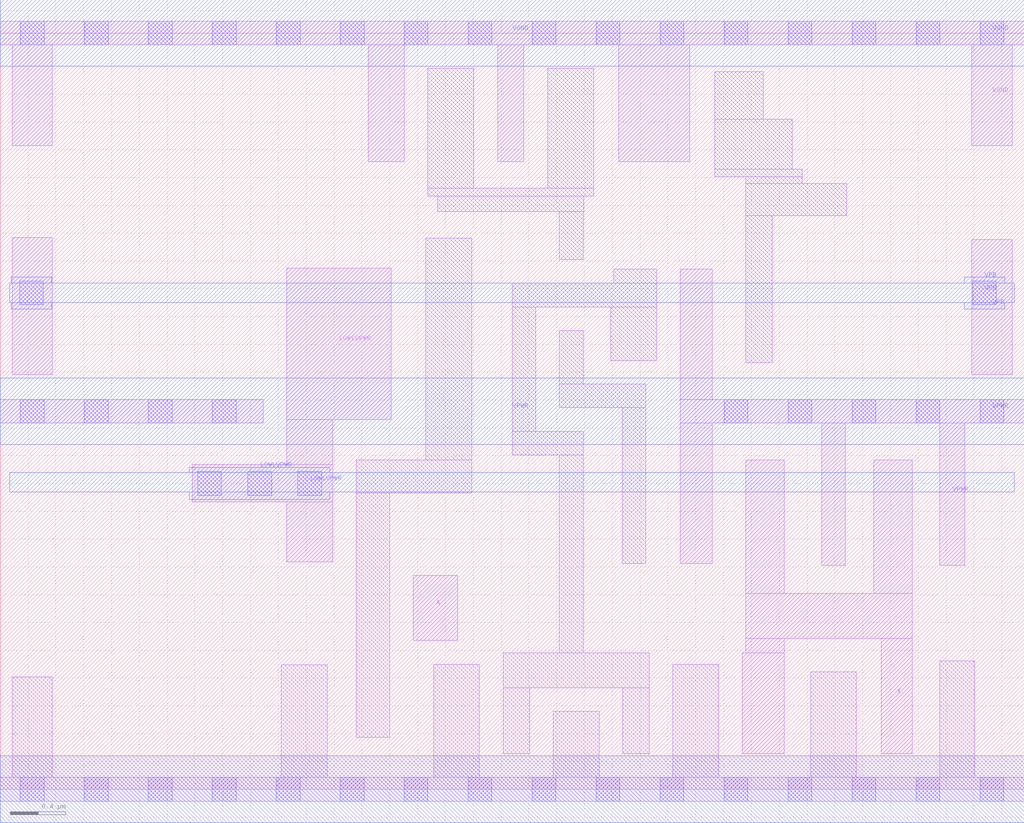
<source format=lef>
# Copyright 2020 The SkyWater PDK Authors
#
# Licensed under the Apache License, Version 2.0 (the "License");
# you may not use this file except in compliance with the License.
# You may obtain a copy of the License at
#
#     https://www.apache.org/licenses/LICENSE-2.0
#
# Unless required by applicable law or agreed to in writing, software
# distributed under the License is distributed on an "AS IS" BASIS,
# WITHOUT WARRANTIES OR CONDITIONS OF ANY KIND, either express or implied.
# See the License for the specific language governing permissions and
# limitations under the License.
#
# SPDX-License-Identifier: Apache-2.0

VERSION 5.7 ;
  NAMESCASESENSITIVE ON ;
  NOWIREEXTENSIONATPIN ON ;
  DIVIDERCHAR "/" ;
  BUSBITCHARS "[]" ;
UNITS
  DATABASE MICRONS 200 ;
END UNITS
MACRO sky130_fd_sc_hd__lpflow_lsbuf_lh_isowell_tap_4
  CLASS CORE ;
  SOURCE USER ;
  FOREIGN sky130_fd_sc_hd__lpflow_lsbuf_lh_isowell_tap_4 ;
  ORIGIN  0.000000  0.000000 ;
  SIZE  7.360000 BY  5.440000 ;
  SYMMETRY X Y R90 ;
  SITE unithd ;
  PIN A
    ANTENNAGATEAREA  0.603000 ;
    DIRECTION INPUT ;
    USE SIGNAL ;
    PORT
      LAYER li1 ;
        RECT 2.970000 1.070000 3.290000 1.540000 ;
    END
  END A
  PIN VPB
    ANTENNADIFFAREA  0.297500 ;
    PORT
      LAYER li1 ;
        RECT 0.085000 2.985000 0.375000 3.970000 ;
        RECT 6.985000 2.985000 7.275000 3.955000 ;
      LAYER mcon ;
        RECT 0.140000 3.485000 0.310000 3.655000 ;
        RECT 6.990000 3.485000 7.160000 3.655000 ;
      LAYER met1 ;
        RECT 0.070000 3.500000 7.290000 3.640000 ;
        RECT 0.080000 3.455000 0.370000 3.500000 ;
        RECT 0.080000 3.640000 0.370000 3.685000 ;
        RECT 6.930000 3.455000 7.220000 3.500000 ;
        RECT 6.930000 3.640000 7.220000 3.685000 ;
    END
  END VPB
  PIN X
    ANTENNADIFFAREA  1.072500 ;
    DIRECTION OUTPUT ;
    USE SIGNAL ;
    PORT
      LAYER li1 ;
        RECT 5.335000 0.255000 5.635000 0.980000 ;
        RECT 5.360000 0.980000 5.635000 1.085000 ;
        RECT 5.360000 1.085000 6.555000 1.410000 ;
        RECT 5.360000 1.410000 5.635000 2.370000 ;
        RECT 6.280000 1.410000 6.555000 2.370000 ;
        RECT 6.335000 0.255000 6.555000 1.085000 ;
    END
  END X
  PIN LOWLVPWR
    DIRECTION INOUT ;
    SHAPE ABUTMENT ;
    USE POWER ;
    PORT
      LAYER li1 ;
        RECT 1.380000 2.065000 2.390000 2.335000 ;
        RECT 2.060000 1.635000 2.390000 2.065000 ;
        RECT 2.060000 2.335000 2.390000 2.660000 ;
        RECT 2.060000 2.660000 2.810000 3.750000 ;
      LAYER mcon ;
        RECT 1.420000 2.115000 1.590000 2.285000 ;
        RECT 1.780000 2.115000 1.950000 2.285000 ;
        RECT 2.140000 2.115000 2.310000 2.285000 ;
      LAYER met1 ;
        RECT 0.070000 2.140000 7.290000 2.280000 ;
        RECT 1.360000 2.085000 2.370000 2.140000 ;
        RECT 1.360000 2.280000 2.370000 2.315000 ;
    END
  END LOWLVPWR
  PIN VGND
    DIRECTION INOUT ;
    SHAPE ABUTMENT ;
    USE GROUND ;
    PORT
      LAYER li1 ;
        RECT 0.000000 5.355000 7.360000 5.525000 ;
        RECT 0.085000 4.630000 0.375000 5.355000 ;
        RECT 2.645000 4.515000 2.905000 5.355000 ;
        RECT 3.575000 4.515000 3.765000 5.355000 ;
        RECT 4.445000 4.515000 4.955000 5.355000 ;
        RECT 6.985000 4.630000 7.275000 5.355000 ;
      LAYER mcon ;
        RECT 0.145000 5.355000 0.315000 5.525000 ;
        RECT 0.605000 5.355000 0.775000 5.525000 ;
        RECT 1.065000 5.355000 1.235000 5.525000 ;
        RECT 1.525000 5.355000 1.695000 5.525000 ;
        RECT 1.985000 5.355000 2.155000 5.525000 ;
        RECT 2.445000 5.355000 2.615000 5.525000 ;
        RECT 2.905000 5.355000 3.075000 5.525000 ;
        RECT 3.365000 5.355000 3.535000 5.525000 ;
        RECT 3.825000 5.355000 3.995000 5.525000 ;
        RECT 4.285000 5.355000 4.455000 5.525000 ;
        RECT 4.745000 5.355000 4.915000 5.525000 ;
        RECT 5.205000 5.355000 5.375000 5.525000 ;
        RECT 5.665000 5.355000 5.835000 5.525000 ;
        RECT 6.125000 5.355000 6.295000 5.525000 ;
        RECT 6.585000 5.355000 6.755000 5.525000 ;
        RECT 7.045000 5.355000 7.215000 5.525000 ;
      LAYER met1 ;
        RECT 0.000000 5.200000 7.360000 5.680000 ;
    END
  END VGND
  PIN VPWR
    DIRECTION INOUT ;
    SHAPE ABUTMENT ;
    USE POWER ;
    PORT
      LAYER li1 ;
        RECT 0.000000 2.635000 1.890000 2.805000 ;
        RECT 4.890000 1.625000 5.120000 2.635000 ;
        RECT 4.890000 2.635000 7.360000 2.805000 ;
        RECT 4.890000 2.805000 5.120000 3.740000 ;
        RECT 5.905000 1.610000 6.075000 2.635000 ;
        RECT 6.755000 1.610000 6.935000 2.635000 ;
      LAYER mcon ;
        RECT 0.145000 2.635000 0.315000 2.805000 ;
        RECT 0.605000 2.635000 0.775000 2.805000 ;
        RECT 1.065000 2.635000 1.235000 2.805000 ;
        RECT 1.525000 2.635000 1.695000 2.805000 ;
        RECT 5.205000 2.635000 5.375000 2.805000 ;
        RECT 5.665000 2.635000 5.835000 2.805000 ;
        RECT 6.125000 2.635000 6.295000 2.805000 ;
        RECT 6.585000 2.635000 6.755000 2.805000 ;
        RECT 7.045000 2.635000 7.215000 2.805000 ;
      LAYER met1 ;
        RECT 0.000000 2.480000 7.360000 2.960000 ;
    END
  END VPWR
  OBS
    LAYER li1 ;
      RECT 0.000000 -0.085000 7.360000 0.085000 ;
      RECT 0.085000  0.085000 0.375000 0.810000 ;
      RECT 2.020000  0.085000 2.350000 0.895000 ;
      RECT 2.560000  0.375000 2.800000 2.130000 ;
      RECT 2.560000  2.130000 3.390000 2.370000 ;
      RECT 3.060000  2.370000 3.390000 3.965000 ;
      RECT 3.075000  4.265000 4.265000 4.325000 ;
      RECT 3.075000  4.325000 3.405000 5.185000 ;
      RECT 3.115000  0.085000 3.445000 0.900000 ;
      RECT 3.145000  4.155000 4.195000 4.265000 ;
      RECT 3.615000  0.255000 3.805000 0.730000 ;
      RECT 3.615000  0.730000 4.665000 0.980000 ;
      RECT 3.680000  2.405000 4.190000 2.575000 ;
      RECT 3.680000  2.575000 3.850000 3.470000 ;
      RECT 3.680000  3.470000 4.720000 3.640000 ;
      RECT 3.935000  4.325000 4.265000 5.185000 ;
      RECT 3.975000  0.085000 4.305000 0.560000 ;
      RECT 4.020000  0.980000 4.190000 2.405000 ;
      RECT 4.020000  2.745000 4.640000 2.915000 ;
      RECT 4.020000  2.915000 4.190000 3.300000 ;
      RECT 4.020000  3.810000 4.190000 4.155000 ;
      RECT 4.390000  3.085000 4.720000 3.470000 ;
      RECT 4.410000  3.640000 4.720000 3.740000 ;
      RECT 4.470000  1.625000 4.640000 2.745000 ;
      RECT 4.475000  0.255000 4.665000 0.730000 ;
      RECT 4.835000  0.085000 5.165000 0.900000 ;
      RECT 5.135000  4.405000 5.765000 4.460000 ;
      RECT 5.135000  4.460000 5.695000 4.820000 ;
      RECT 5.135000  4.820000 5.485000 5.160000 ;
      RECT 5.360000  3.070000 5.550000 4.125000 ;
      RECT 5.360000  4.125000 6.085000 4.355000 ;
      RECT 5.360000  4.355000 5.765000 4.405000 ;
      RECT 5.825000  0.085000 6.155000 0.845000 ;
      RECT 6.755000  0.085000 7.005000 0.925000 ;
    LAYER mcon ;
      RECT 0.145000 -0.085000 0.315000 0.085000 ;
      RECT 0.605000 -0.085000 0.775000 0.085000 ;
      RECT 1.065000 -0.085000 1.235000 0.085000 ;
      RECT 1.525000 -0.085000 1.695000 0.085000 ;
      RECT 1.985000 -0.085000 2.155000 0.085000 ;
      RECT 2.445000 -0.085000 2.615000 0.085000 ;
      RECT 2.905000 -0.085000 3.075000 0.085000 ;
      RECT 3.365000 -0.085000 3.535000 0.085000 ;
      RECT 3.825000 -0.085000 3.995000 0.085000 ;
      RECT 4.285000 -0.085000 4.455000 0.085000 ;
      RECT 4.745000 -0.085000 4.915000 0.085000 ;
      RECT 5.205000 -0.085000 5.375000 0.085000 ;
      RECT 5.665000 -0.085000 5.835000 0.085000 ;
      RECT 6.125000 -0.085000 6.295000 0.085000 ;
      RECT 6.585000 -0.085000 6.755000 0.085000 ;
      RECT 7.045000 -0.085000 7.215000 0.085000 ;
    LAYER met1 ;
      RECT 0.000000 -0.240000 7.360000 0.240000 ;
  END
END sky130_fd_sc_hd__lpflow_lsbuf_lh_isowell_tap_4
END LIBRARY

</source>
